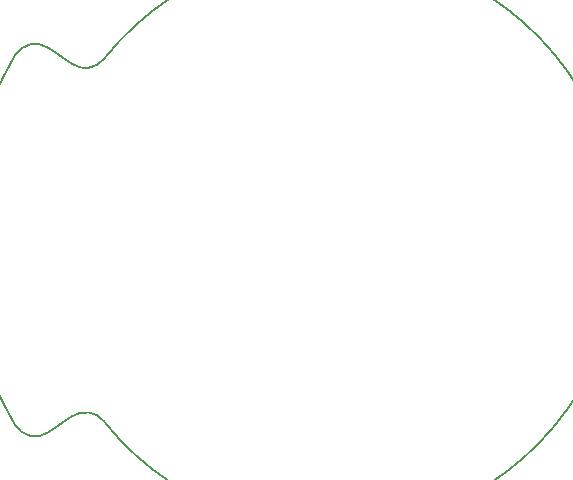
<source format=gbr>
G04 #@! TF.GenerationSoftware,KiCad,Pcbnew,5.0.2-bee76a0~70~ubuntu16.04.1*
G04 #@! TF.CreationDate,2019-11-30T17:31:12+01:00*
G04 #@! TF.ProjectId,bambule,62616d62-756c-4652-9e6b-696361645f70,rev?*
G04 #@! TF.SameCoordinates,Original*
G04 #@! TF.FileFunction,Profile,NP*
%FSLAX46Y46*%
G04 Gerber Fmt 4.6, Leading zero omitted, Abs format (unit mm)*
G04 Created by KiCad (PCBNEW 5.0.2-bee76a0~70~ubuntu16.04.1) date Sat 30 Nov 2019 05:31:12 PM CET*
%MOMM*%
%LPD*%
G01*
G04 APERTURE LIST*
%ADD10C,0.200000*%
G04 APERTURE END LIST*
D10*
X80756806Y-84674803D02*
G75*
G02X80756806Y-115325055I19243194J-15325126D01*
G01*
X80756806Y-84674802D02*
G75*
G02X78067531Y-85082596I-1564487J1245945D01*
G01*
X76077878Y-116270520D02*
G75*
G02X73225718Y-115624839I-1124787J1653739D01*
G01*
X76077879Y-116270520D02*
X78067531Y-114917261D01*
X73225718Y-84375018D02*
G75*
G02X76077879Y-83729338I1727373J-1008059D01*
G01*
X76077879Y-83729338D02*
X78067531Y-85082596D01*
X73225718Y-115624840D02*
G75*
G02X73225718Y-84375018I26774282J15624911D01*
G01*
X78067531Y-114917261D02*
G75*
G02X80756806Y-115325055I1124788J-1653739D01*
G01*
M02*

</source>
